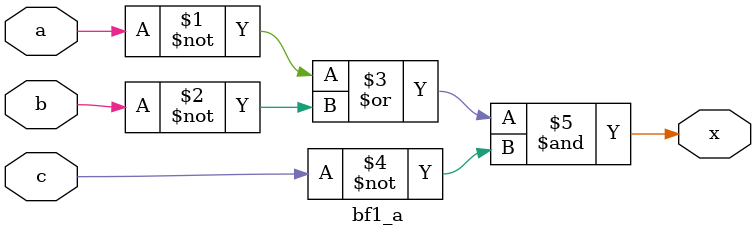
<source format=v>
`timescale 1ns / 1ps

module bf1_a(
input a,b,c,
output x

    );
   
    assign x=(~a|~b)&~c;
    
    
endmodule

</source>
